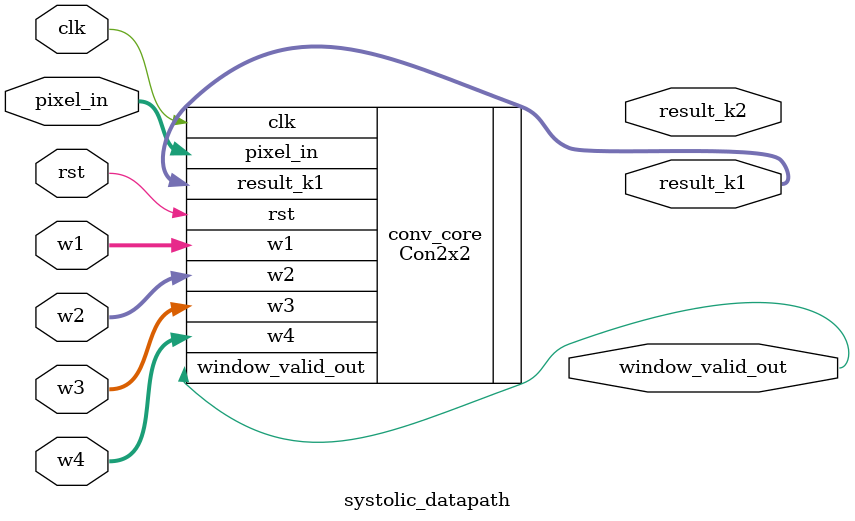
<source format=v>


module systolic_datapath #(
    parameter dataSize = 8,
    parameter IMG_WIDTH = 3
)(
    input  wire clk,
    input  wire rst,
    input  wire [dataSize-1:0] pixel_in,

    // weights
    input  wire [dataSize-1:0] w1, w2, w3, w4,

    // window valid output to FSM
    output wire window_valid_out,

    // outputs
    output wire [2*dataSize+4:0] result_k1,
    output wire [2*dataSize+4:0] result_k2
);

    // Only use Con2x2 module
    Con2x2 #(dataSize, IMG_WIDTH) conv_core (
        .clk(clk),
        .rst(rst),
        .pixel_in(pixel_in),
        .w1(w1), .w2(w2), .w3(w3), .w4(w4),
        .window_valid_out(window_valid_out),
        .result_k1(result_k1)
    );
endmodule



</source>
